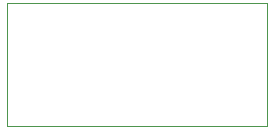
<source format=gbr>
%TF.GenerationSoftware,KiCad,Pcbnew,7.0.7*%
%TF.CreationDate,2023-09-08T15:52:27+02:00*%
%TF.ProjectId,Minimal-APRS-TX,4d696e69-6d61-46c2-9d41-5052532d5458,rev?*%
%TF.SameCoordinates,Original*%
%TF.FileFunction,Profile,NP*%
%FSLAX46Y46*%
G04 Gerber Fmt 4.6, Leading zero omitted, Abs format (unit mm)*
G04 Created by KiCad (PCBNEW 7.0.7) date 2023-09-08 15:52:27*
%MOMM*%
%LPD*%
G01*
G04 APERTURE LIST*
%TA.AperFunction,Profile*%
%ADD10C,0.100000*%
%TD*%
G04 APERTURE END LIST*
D10*
X21000000Y-20000000D02*
X43000000Y-20000000D01*
X43000000Y-30400000D01*
X21000000Y-30400000D01*
X21000000Y-20000000D01*
M02*

</source>
